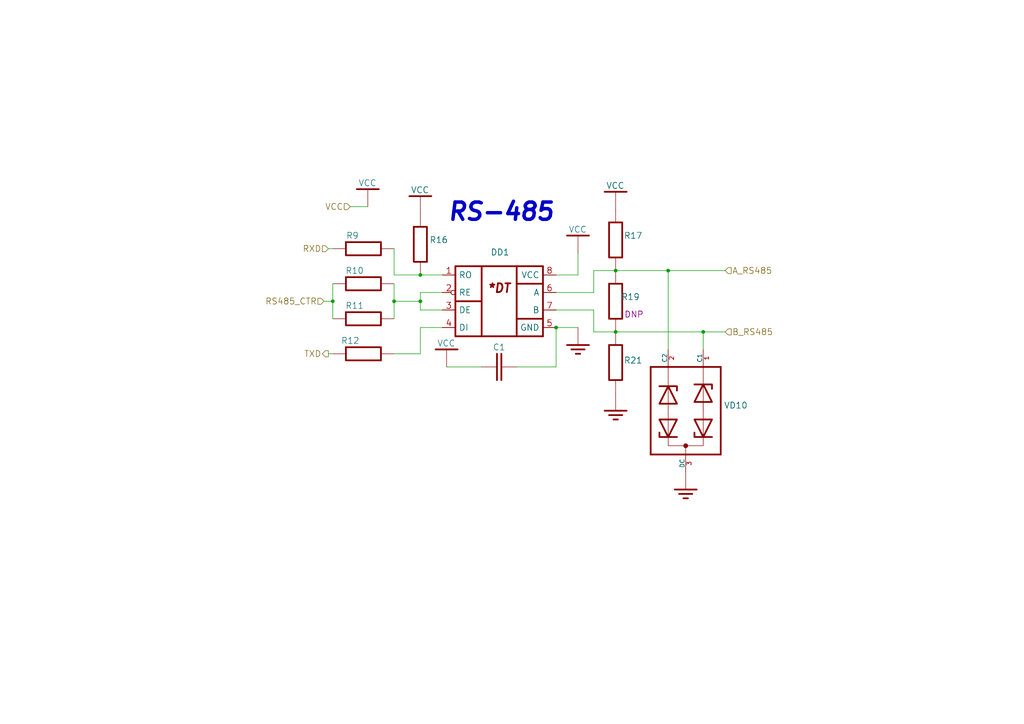
<source format=kicad_sch>
(kicad_sch (version 20211123) (generator eeschema)
  (paper "A4")
  (lib_symbols
    (symbol "Capacitors:C_CAP" (pin_names (offset 0))
      (property "Reference" "C" (at 0 6.35 0))
      (property "Value" "C_CAP" (at 0 -6.35 0))
      (symbol "C_CAP_0_1"
        (polyline (pts (xy -5.08 0) (xy -0.635 0)))
        (polyline (pts (xy -0.635 3.81) (xy -0.635 -3.81)) (stroke (width 0.508)))
        (polyline (pts (xy 0.635 0) (xy 5.08 0)))
        (polyline (pts (xy 0.635 3.81) (xy 0.635 -3.81)) (stroke (width 0.508)))
      )
      (symbol "C_CAP_1_1"
        (pin passive line (at -5.08 0 0) (length 2.54) hide (name "~") (number "1"))
        (pin passive line (at 5.08 0 180) (length 2.54) hide (name "~") (number "2"))
      )
    )
    (symbol "Chips:ST485" (pin_names (offset 1.016))
      (property "Reference" "DD" (at 0 13.97 0))
      (property "Value" "ST485" (at 0 11.684 0))
      (symbol "ST485_0_1"
        (polyline (pts (xy -12.7 -10.16) (xy 12.7 -10.16)) (stroke (width 0.508)))
        (polyline (pts (xy -12.7 -5.08) (xy -12.7 -10.16)) (stroke (width 0.508)))
        (polyline (pts (xy -5.08 10.16) (xy -5.08 -10.16)) (stroke (width 0.508)))
        (polyline (pts (xy 5.08 10.16) (xy 5.08 -10.16)) (stroke (width 0.508)))
        (polyline (pts (xy 12.7 -10.16) (xy 12.7 10.16)) (stroke (width 0.508)))
        (polyline (pts (xy 12.7 10.16) (xy -12.7 10.16)) (stroke (width 0.508)))
      )
      (symbol "ST485_1_1"
        (polyline (pts (xy -12.7 -5.08) (xy -12.7 -5.08)) (stroke (width 0.508)))
        (polyline (pts (xy -12.7 -5.08) (xy -12.7 5.08)) (stroke (width 0.508)))
        (polyline (pts (xy -12.7 0) (xy -5.08 0)) (stroke (width 0.508)))
        (polyline (pts (xy -12.7 2.54) (xy -12.7 2.54)) (stroke (width 0.508)))
        (polyline (pts (xy -12.7 5.08) (xy -12.7 5.08)))
        (polyline (pts (xy -12.7 10.16) (xy -12.7 5.08)) (stroke (width 0.508)))
        (polyline (pts (xy 5.08 -5.08) (xy 12.7 -5.08)) (stroke (width 0.508)))
        (polyline (pts (xy 5.08 5.08) (xy 12.7 5.08)) (stroke (width 0.508)))
        (text "*DT" (at 0 3.81 0) (effects (font (size 2.54 2.54) bold italic)))
        (pin input line (at -16.51 7.62 0) (length 3.81) (name "RO") (number "1"))
        (pin input inverted (at -16.51 2.54 0) (length 3.81) (name "RE") (number "2"))
        (pin input line (at -16.51 -2.54 0) (length 3.81) (name "DE") (number "3"))
        (pin input line (at -16.51 -7.62 0) (length 3.81) (name "DI") (number "4"))
        (pin power_in line (at 16.51 -7.62 180) (length 3.81) (name "GND") (number "5"))
        (pin output line (at 16.51 2.54 180) (length 3.81) (name "A") (number "6"))
        (pin output line (at 16.51 -2.54 180) (length 3.81) (name "B") (number "7"))
        (pin power_in line (at 16.51 7.62 180) (length 3.81) (name "VCC") (number "8"))
      )
    )
    (symbol "Diodes:VD_TVS_ARRAY4" (pin_names (offset 0))
      (property "Reference" "VD" (at -0.127 9.144 0))
      (property "Value" "Diodes_VD_TVS_ARRAY4" (at 0.254 6.731 0))
      (symbol "VD_TVS_ARRAY4_0_1"
        (polyline (pts (xy -2.54 0) (xy 0 0)))
        (polyline (pts (xy 10.16 -5.08) (xy 12.7 -5.08)))
        (polyline (pts (xy -12.7 0) (xy 7.62 0) (xy 10.16 0) (xy 10.16 -10.16) (xy -12.7 -10.16)))
      )
      (symbol "VD_TVS_ARRAY4_1_1"
        (polyline (pts (xy -17.78 0) (xy -17.78 0)))
        (polyline (pts (xy -12.7 -15.24) (xy 12.7 -15.24)) (stroke (width 0.508)))
        (polyline (pts (xy -12.7 -10.16) (xy -12.7 -15.24)) (stroke (width 0.508)))
        (polyline (pts (xy -12.7 -10.16) (xy -12.7 0)) (stroke (width 0.508)))
        (polyline (pts (xy -12.7 5.08) (xy -12.7 0)) (stroke (width 0.508)))
        (polyline (pts (xy 12.7 -15.24) (xy 12.7 5.08)) (stroke (width 0.508)))
        (polyline (pts (xy 12.7 5.08) (xy -12.7 5.08)) (stroke (width 0.508)))
        (polyline (pts (xy -7.62 -2.54) (xy -7.62 0) (xy -2.54 -2.54) (xy -2.54 2.54) (xy -7.62 0) (xy -7.62 2.54) (xy -6.35 2.54)) (stroke (width 0.508)))
        (polyline (pts (xy -7.112 -12.7) (xy -7.112 -10.16) (xy -2.032 -12.7) (xy -2.032 -7.62) (xy -7.112 -10.16) (xy -7.112 -7.62) (xy -5.842 -7.62)) (stroke (width 0.508)))
        (polyline (pts (xy 7.62 -7.62) (xy 7.62 -10.16) (xy 2.54 -7.62) (xy 2.54 -12.7) (xy 7.62 -10.16) (xy 7.62 -12.7) (xy 6.35 -12.7)) (stroke (width 0.508)))
        (polyline (pts (xy 7.62 2.54) (xy 7.62 0) (xy 2.54 2.54) (xy 2.54 -2.54) (xy 7.62 0) (xy 7.62 -2.54) (xy 6.35 -2.54)) (stroke (width 0.508)))
        (circle (center 10.16 -5.08) (radius 0.127) (stroke (width 0.5588)))
        (pin input line (at -17.78 0 0) (length 5.0038) (name "C1") (number "1"))
        (pin input line (at -17.78 -10.16 0) (length 5.0038) (name "C2") (number "2"))
        (pin power_in line (at 17.78 -5.08 180) (length 5.0038) (name "DC") (number "3"))
      )
    )
    (symbol "Power:GROUND" (power) (pin_numbers hide) (pin_names (offset 0))
      (symbol "GROUND_0_1"
        (polyline (pts (xy -3.175 0) (xy 3.175 0)) (stroke (width 0.508)))
        (polyline (pts (xy -1.905 -1.27) (xy 1.905 -1.27)) (stroke (width 0.508)))
        (polyline (pts (xy -0.635 -2.54) (xy 0.635 -2.54)) (stroke (width 0.508)))
        (polyline (pts (xy 0 5.08) (xy 0 0)))
      )
      (symbol "GROUND_1_1"
        (pin power_in line (at 0 5.08 270) (length 5.08) hide (name "GND") (number "1"))
      )
    )
    (symbol "Power:VCC" (power) (pin_names (offset 1.016)) (in_bom no) (on_board no)
      (property "Value" "VCC" (at 0 1.778 0))
      (symbol "VCC_1_1"
        (polyline (pts (xy 0 -5.08) (xy 0 0)))
        (polyline (pts (xy 3.175 0) (xy -3.175 0)) (stroke (width 0.508)))
        (pin power_in line (at 0 -5.08 90) (length 5.08) hide (name "VCC") (number "1"))
      )
    )
    (symbol "R_RES_1" (pin_names (offset 0))
      (property "Reference" "R" (at 0 3.81 0))
      (property "Value" "R_RES_1" (at 0 -3.81 0))
      (symbol "R_RES_1_0_1"
        (rectangle (start -5.08 1.905) (end 5.08 -1.905) (stroke (width 0.508)))
        (polyline (pts (xy -8.89 0) (xy -5.08 0)))
        (polyline (pts (xy 5.08 0) (xy 8.89 0)))
      )
      (symbol "R_RES_1_1_1"
        (pin passive line (at -8.89 0 0) (length 2.54) hide (name "~") (number "1"))
        (pin passive line (at 8.89 0 180) (length 2.54) hide (name "~") (number "2"))
      )
    )
    (symbol "R_RES_2" (pin_names (offset 0))
      (property "Reference" "R" (at 0 3.81 0))
      (property "Value" "R_RES_2" (at 0 -3.81 0))
      (symbol "R_RES_2_0_1"
        (rectangle (start -5.08 1.905) (end 5.08 -1.905) (stroke (width 0.508)))
        (polyline (pts (xy -8.89 0) (xy -5.08 0)))
        (polyline (pts (xy 5.08 0) (xy 8.89 0)))
      )
      (symbol "R_RES_2_1_1"
        (pin passive line (at -8.89 0 0) (length 2.54) hide (name "~") (number "1"))
        (pin passive line (at 8.89 0 180) (length 2.54) hide (name "~") (number "2"))
      )
    )
    (symbol "R_RES_3" (pin_names (offset 0))
      (property "Reference" "R" (at 0 3.81 0))
      (property "Value" "R_RES_3" (at 0 -3.81 0))
      (symbol "R_RES_3_0_1"
        (rectangle (start -5.08 1.905) (end 5.08 -1.905) (stroke (width 0.508)))
        (polyline (pts (xy -8.89 0) (xy -5.08 0)))
        (polyline (pts (xy 5.08 0) (xy 8.89 0)))
      )
      (symbol "R_RES_3_1_1"
        (pin passive line (at -8.89 0 0) (length 2.54) hide (name "~") (number "1"))
        (pin passive line (at 8.89 0 180) (length 2.54) hide (name "~") (number "2"))
      )
    )
    (symbol "R_RES_4" (pin_names (offset 0))
      (property "Reference" "R" (at 0 3.81 0))
      (property "Value" "R_RES_4" (at 0 -3.81 0))
      (symbol "R_RES_4_0_1"
        (rectangle (start -5.08 1.905) (end 5.08 -1.905) (stroke (width 0.508)))
        (polyline (pts (xy -8.89 0) (xy -5.08 0)))
        (polyline (pts (xy 5.08 0) (xy 8.89 0)))
      )
      (symbol "R_RES_4_1_1"
        (pin passive line (at -8.89 0 0) (length 2.54) hide (name "~") (number "1"))
        (pin passive line (at 8.89 0 180) (length 2.54) hide (name "~") (number "2"))
      )
    )
    (symbol "R_RES_5" (pin_names (offset 0))
      (property "Reference" "R" (at 0 3.81 0))
      (property "Value" "R_RES_5" (at 0 -3.81 0))
      (symbol "R_RES_5_0_1"
        (rectangle (start -5.08 1.905) (end 5.08 -1.905) (stroke (width 0.508)))
        (polyline (pts (xy -8.89 0) (xy -5.08 0)))
        (polyline (pts (xy 5.08 0) (xy 8.89 0)))
      )
      (symbol "R_RES_5_1_1"
        (pin passive line (at -8.89 0 0) (length 2.54) hide (name "~") (number "1"))
        (pin passive line (at 8.89 0 180) (length 2.54) hide (name "~") (number "2"))
      )
    )
    (symbol "R_RES_6" (pin_names (offset 0))
      (property "Reference" "R" (at 0 3.81 0))
      (property "Value" "R_RES_6" (at 0 -3.81 0))
      (symbol "R_RES_6_0_1"
        (rectangle (start -5.08 1.905) (end 5.08 -1.905) (stroke (width 0.508)))
        (polyline (pts (xy -8.89 0) (xy -5.08 0)))
        (polyline (pts (xy 5.08 0) (xy 8.89 0)))
      )
      (symbol "R_RES_6_1_1"
        (pin passive line (at -8.89 0 0) (length 2.54) hide (name "~") (number "1"))
        (pin passive line (at 8.89 0 180) (length 2.54) hide (name "~") (number "2"))
      )
    )
    (symbol "R_RES_7" (pin_names (offset 0))
      (property "Reference" "R" (at 0 3.81 0))
      (property "Value" "R_RES_7" (at 0 -3.81 0))
      (symbol "R_RES_7_0_1"
        (rectangle (start -5.08 1.905) (end 5.08 -1.905) (stroke (width 0.508)))
        (polyline (pts (xy -8.89 0) (xy -5.08 0)))
        (polyline (pts (xy 5.08 0) (xy 8.89 0)))
      )
      (symbol "R_RES_7_1_1"
        (pin passive line (at -8.89 0 0) (length 2.54) hide (name "~") (number "1"))
        (pin passive line (at 8.89 0 180) (length 2.54) hide (name "~") (number "2"))
      )
    )
    (symbol "Resistors:R_RES" (pin_names (offset 0))
      (property "Reference" "R" (at 0 3.81 0))
      (property "Value" "R_RES" (at 0 -3.81 0))
      (symbol "R_RES_0_1"
        (rectangle (start -5.08 1.905) (end 5.08 -1.905) (stroke (width 0.508)))
        (polyline (pts (xy -8.89 0) (xy -5.08 0)))
        (polyline (pts (xy 5.08 0) (xy 8.89 0)))
      )
      (symbol "R_RES_1_1"
        (pin passive line (at -8.89 0 0) (length 2.54) hide (name "~") (number "1"))
        (pin passive line (at 8.89 0 180) (length 2.54) hide (name "~") (number "2"))
      )
    )
  )
  (junction (at 161.29 94.996))
  (junction (at 203.962 96.266))
  (junction (at 121.92 79.756))
  (junction (at 114.3 87.376))
  (junction (at 178.562 78.486))
  (junction (at 178.562 96.266))
  (junction (at 121.92 87.376))
  (junction (at 193.802 78.486))
  (junction (at 96.52 87.376))
  (wire (pts (xy 129.54 106.426) (xy 139.7 106.426)))
  (wire (pts (xy 96.52 87.376) (xy 96.52 92.456)))
  (wire (pts (xy 96.52 72.136) (xy 95.25 72.136)))
  (wire (pts (xy 178.562 96.266) (xy 203.962 96.266)))
  (wire (pts (xy 161.29 106.426) (xy 161.29 94.996)))
  (wire (pts (xy 114.3 102.616) (xy 121.92 102.616)))
  (wire (pts (xy 167.64 94.996) (xy 161.29 94.996)))
  (wire (pts (xy 114.3 79.756) (xy 121.92 79.756)))
  (wire (pts (xy 193.802 78.486) (xy 210.312 78.486)))
  (wire (pts (xy 161.29 84.836) (xy 172.212 84.836)))
  (wire (pts (xy 203.962 96.266) (xy 210.312 96.266)))
  (wire (pts (xy 121.92 89.916) (xy 128.27 89.916)))
  (wire (pts (xy 172.212 96.266) (xy 178.562 96.266)))
  (wire (pts (xy 128.27 84.836) (xy 121.92 84.836)))
  (wire (pts (xy 161.29 89.916) (xy 172.212 89.916)))
  (wire (pts (xy 121.92 84.836) (xy 121.92 87.376)))
  (wire (pts (xy 114.3 82.296) (xy 114.3 87.376)))
  (wire (pts (xy 149.86 106.426) (xy 161.29 106.426)))
  (wire (pts (xy 172.212 78.486) (xy 172.212 84.836)))
  (wire (pts (xy 96.52 82.296) (xy 96.52 87.376)))
  (wire (pts (xy 178.562 78.486) (xy 172.212 78.486)))
  (wire (pts (xy 121.92 87.376) (xy 121.92 89.916)))
  (wire (pts (xy 114.3 87.376) (xy 121.92 87.376)))
  (wire (pts (xy 178.562 78.486) (xy 193.802 78.486)))
  (wire (pts (xy 95.25 102.616) (xy 96.52 102.616)))
  (wire (pts (xy 101.6 59.944) (xy 106.68 59.944)))
  (wire (pts (xy 114.3 72.136) (xy 114.3 79.756)))
  (wire (pts (xy 93.98 87.376) (xy 96.52 87.376)))
  (wire (pts (xy 167.64 73.406) (xy 167.64 79.756)))
  (wire (pts (xy 172.212 89.916) (xy 172.212 96.266)))
  (wire (pts (xy 121.92 102.616) (xy 121.92 94.996)))
  (wire (pts (xy 121.92 94.996) (xy 128.27 94.996)))
  (wire (pts (xy 203.962 101.346) (xy 203.962 96.266)))
  (wire (pts (xy 114.3 87.376) (xy 114.3 92.456)))
  (wire (pts (xy 167.64 79.756) (xy 161.29 79.756)))
  (wire (pts (xy 193.802 101.346) (xy 193.802 78.486)))
  (wire (pts (xy 121.92 79.756) (xy 128.27 79.756)))
  (text "RS-485" (at 129.54 64.516 0) (effects (font (size 5.0038 5.0038) (thickness 1.0008) bold italic) (justify left bottom)))
  (hierarchical_label "A_RS485" (shape input) (at 210.312 78.486 0) (effects (font (size 1.778 1.778))))
  (hierarchical_label "RS485_CTR" (shape input) (at 93.98 87.376 180) (effects (font (size 1.778 1.778))))
  (hierarchical_label "B_RS485" (shape input) (at 210.312 96.266 0) (effects (font (size 1.778 1.778))))
  (hierarchical_label "TXD" (shape output) (at 95.25 102.616 180) (effects (font (size 1.778 1.778))))
  (hierarchical_label "RXD" (shape input) (at 95.25 72.136 180) (effects (font (size 1.778 1.778))))
  (hierarchical_label "VCC" (shape input) (at 101.6 59.944 180) (effects (font (size 1.778 1.778))))
  (symbol (lib_name "R_RES_7") (lib_id "Resistors:R_RES") (at 178.562 87.376 90) (unit 1)
    (property "Reference" "R19" (at 182.88 86.106 90) (effects (font (size 1.778 1.778))))
    (property "Assembly" "DNP" (at 183.896 91.186 90) (effects (font (size 1.778 1.778))))
  )
  (symbol (lib_id "Power:VCC") (at 121.92 56.896 0) (unit 1) (in_bom no) (on_board no)
    (property "Reference" "#U0102" (effects hide))
  )
  (symbol (lib_id "Diodes:VD_TVS_ARRAY4") (at 203.962 119.126 270) (unit 1)
    (property "Reference" "VD10" (at 209.931 117.5766 90) (effects (font (size 1.778 1.778)) (justify left)))
  )
  (symbol (lib_id "Power:GROUND") (at 198.882 141.986 0) (unit 1)
    (property "Reference" "#PWR0103" (effects hide))
    (property "Value" "GROUND" (effects hide))
  )
  (symbol (lib_id "Capacitors:C_CAP") (at 144.78 106.426 0) (unit 1)
    (property "Reference" "C1" (at 142.875 100.711 0) (effects (font (size 1.778 1.778)) (justify left)))
  )
  (symbol (lib_id "Chips:ST485") (at 144.78 87.376 0) (unit 1)
    (property "Reference" "DD1" (at 145.034 73.152 0) (effects (font (size 1.778 1.778))))
  )
  (symbol (lib_name "R_RES_5") (lib_id "Resistors:R_RES") (at 105.41 82.296 0) (unit 1)
    (property "Reference" "R10" (at 102.87 78.486 0) (effects (font (size 1.778 1.778))))
  )
  (symbol (lib_name "R_RES_4") (lib_id "Resistors:R_RES") (at 105.41 72.136 0) (unit 1)
    (property "Reference" "R9" (at 102.235 68.326 0) (effects (font (size 1.778 1.778))))
  )
  (symbol (lib_id "Power:GROUND") (at 178.562 119.126 0) (unit 1)
    (property "Reference" "#PWR0104" (effects hide))
    (property "Value" "GROUND" (effects hide))
  )
  (symbol (lib_id "Resistors:R_RES") (at 178.562 105.156 90) (unit 1)
    (property "Reference" "R21" (at 183.642 104.521 90) (effects (font (size 1.778 1.778))))
  )
  (symbol (lib_name "R_RES_1") (lib_id "Resistors:R_RES") (at 121.92 70.866 90) (unit 1)
    (property "Reference" "R16" (at 127.254 69.596 90) (effects (font (size 1.778 1.778))))
  )
  (symbol (lib_id "Power:GROUND") (at 167.64 100.076 0) (unit 1)
    (property "Reference" "#PWR0102" (effects hide))
    (property "Value" "GROUND" (effects hide))
  )
  (symbol (lib_id "Power:VCC") (at 106.68 54.864 0) (unit 1) (in_bom no) (on_board no)
    (property "Reference" "#U0103" (effects hide))
  )
  (symbol (lib_name "R_RES_2") (lib_id "Resistors:R_RES") (at 105.41 102.616 0) (unit 1)
    (property "Reference" "R12" (at 101.6 98.806 0) (effects (font (size 1.778 1.778))))
  )
  (symbol (lib_name "R_RES_6") (lib_id "Resistors:R_RES") (at 105.41 92.456 0) (unit 1)
    (property "Reference" "R11" (at 102.87 88.646 0) (effects (font (size 1.778 1.778))))
  )
  (symbol (lib_id "Power:VCC") (at 167.64 68.326 0) (unit 1) (in_bom no) (on_board no)
    (property "Reference" "#U0104" (effects hide))
  )
  (symbol (lib_id "Power:VCC") (at 129.54 101.346 0) (unit 1) (in_bom no) (on_board no)
    (property "Reference" "#U0101" (effects hide))
  )
  (symbol (lib_id "Power:VCC") (at 178.562 55.626 0) (unit 1) (in_bom no) (on_board no)
    (property "Reference" "#U0105" (effects hide))
  )
  (symbol (lib_name "R_RES_3") (lib_id "Resistors:R_RES") (at 178.562 69.596 90) (unit 1)
    (property "Reference" "R17" (at 183.642 68.326 90) (effects (font (size 1.778 1.778))))
  )
)
</source>
